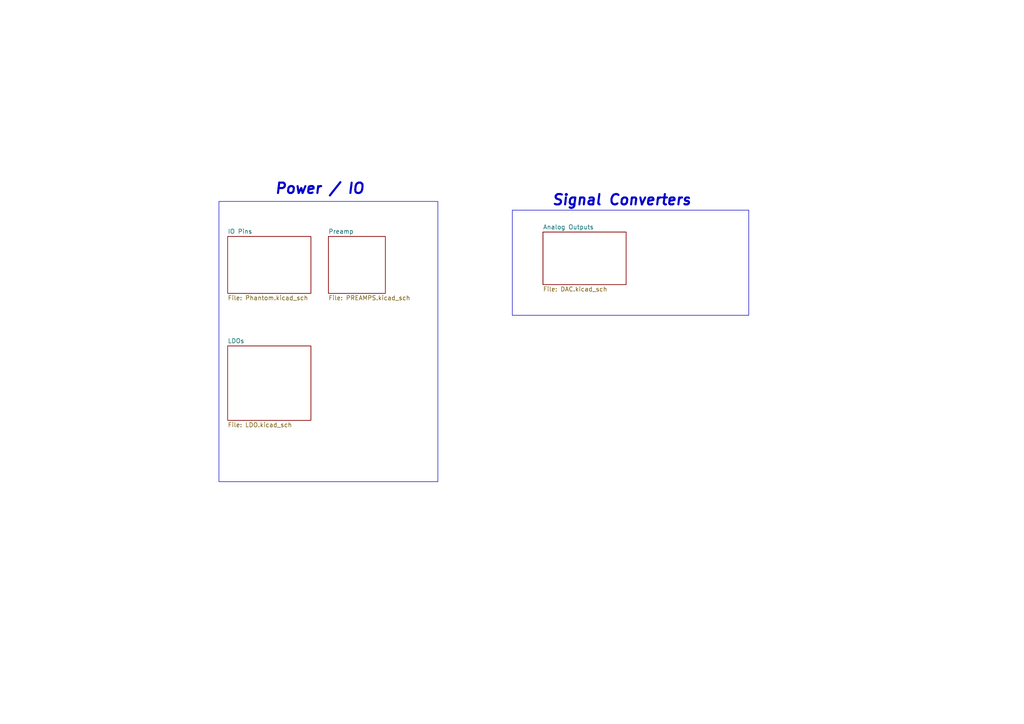
<source format=kicad_sch>
(kicad_sch
	(version 20231120)
	(generator "eeschema")
	(generator_version "8.0")
	(uuid "5266cf9e-da90-4c53-80fd-cf3dbed42632")
	(paper "A4")
	(title_block
		(title "Power Supplies")
		(date "2024-09-01")
		(rev "1")
		(company "Michael Meyers")
	)
	(lib_symbols)
	(rectangle
		(start 148.59 60.96)
		(end 217.17 91.44)
		(stroke
			(width 0)
			(type default)
		)
		(fill
			(type none)
		)
		(uuid 54a50dd9-50e2-43c7-9d8c-e8a3e2c5c77d)
	)
	(rectangle
		(start 63.5 58.42)
		(end 127 139.7)
		(stroke
			(width 0)
			(type default)
		)
		(fill
			(type none)
		)
		(uuid a431d4ea-3826-4044-b789-472f3edaaabf)
	)
	(text "Power / IO"
		(exclude_from_sim no)
		(at 92.71 54.864 0)
		(effects
			(font
				(size 3 3)
				(thickness 0.6)
				(bold yes)
				(italic yes)
			)
		)
		(uuid "5299cf95-92d8-489f-af21-500a869777d7")
	)
	(text "Signal Converters"
		(exclude_from_sim no)
		(at 180.34 58.166 0)
		(effects
			(font
				(size 3 3)
				(thickness 0.6)
				(bold yes)
				(italic yes)
			)
		)
		(uuid "7d9afdc1-97fe-4e00-9733-63a68bee6e61")
	)
	(sheet
		(at 157.48 67.31)
		(size 24.13 15.24)
		(fields_autoplaced yes)
		(stroke
			(width 0.1524)
			(type solid)
		)
		(fill
			(color 0 0 0 0.0000)
		)
		(uuid "29bf6371-8a12-4a95-b0c2-fbe02aad04a0")
		(property "Sheetname" "Analog Outputs"
			(at 157.48 66.5984 0)
			(effects
				(font
					(size 1.27 1.27)
				)
				(justify left bottom)
			)
		)
		(property "Sheetfile" "DAC.kicad_sch"
			(at 157.48 83.1346 0)
			(effects
				(font
					(size 1.27 1.27)
				)
				(justify left top)
			)
		)
		(instances
			(project "Audio_Board_Analog_Only"
				(path "/5266cf9e-da90-4c53-80fd-cf3dbed42632"
					(page "7")
				)
			)
		)
	)
	(sheet
		(at 66.04 100.33)
		(size 24.13 21.59)
		(fields_autoplaced yes)
		(stroke
			(width 0.1524)
			(type solid)
		)
		(fill
			(color 0 0 0 0.0000)
		)
		(uuid "5051f066-bea0-42c6-adad-4859fb062bc6")
		(property "Sheetname" "LDOs"
			(at 66.04 99.6184 0)
			(effects
				(font
					(size 1.27 1.27)
				)
				(justify left bottom)
			)
		)
		(property "Sheetfile" "LDO.kicad_sch"
			(at 66.04 122.5046 0)
			(effects
				(font
					(size 1.27 1.27)
				)
				(justify left top)
			)
		)
		(instances
			(project "Audio_Board_Analog_Only"
				(path "/5266cf9e-da90-4c53-80fd-cf3dbed42632"
					(page "5")
				)
			)
		)
	)
	(sheet
		(at 66.04 68.58)
		(size 24.13 16.51)
		(fields_autoplaced yes)
		(stroke
			(width 0.1524)
			(type solid)
		)
		(fill
			(color 0 0 0 0.0000)
		)
		(uuid "873b4819-32e6-40de-93d6-23cb6a01b934")
		(property "Sheetname" "IO Pins"
			(at 66.04 67.8684 0)
			(effects
				(font
					(size 1.27 1.27)
				)
				(justify left bottom)
			)
		)
		(property "Sheetfile" "Phantom.kicad_sch"
			(at 66.04 85.6746 0)
			(effects
				(font
					(size 1.27 1.27)
				)
				(justify left top)
			)
		)
		(property "Field2" ""
			(at 66.04 68.58 0)
			(effects
				(font
					(size 1.27 1.27)
				)
				(hide yes)
			)
		)
		(instances
			(project "Audio_Board_Analog_Only"
				(path "/5266cf9e-da90-4c53-80fd-cf3dbed42632"
					(page "10")
				)
			)
		)
	)
	(sheet
		(at 95.25 68.58)
		(size 16.51 16.51)
		(fields_autoplaced yes)
		(stroke
			(width 0.1524)
			(type solid)
		)
		(fill
			(color 0 0 0 0.0000)
		)
		(uuid "e99ff431-6a4b-4cff-9a72-1b9e305d1dd3")
		(property "Sheetname" "Preamp"
			(at 95.25 67.8684 0)
			(effects
				(font
					(size 1.27 1.27)
				)
				(justify left bottom)
			)
		)
		(property "Sheetfile" "PREAMPS.kicad_sch"
			(at 95.25 85.6746 0)
			(effects
				(font
					(size 1.27 1.27)
				)
				(justify left top)
			)
		)
		(instances
			(project "Audio_Board_Analog_Only"
				(path "/5266cf9e-da90-4c53-80fd-cf3dbed42632"
					(page "11")
				)
			)
		)
	)
	(sheet_instances
		(path "/"
			(page "1")
		)
	)
)

</source>
